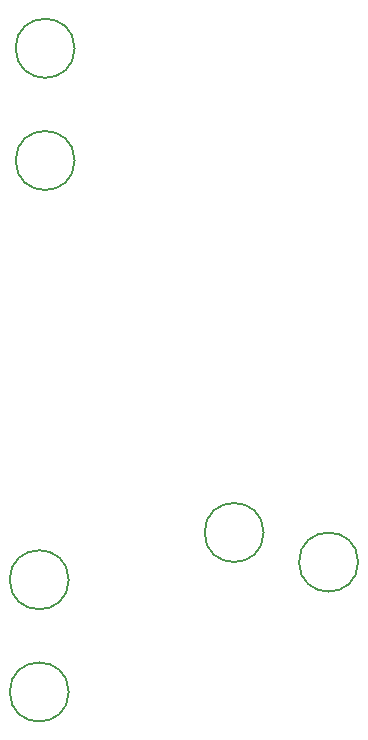
<source format=gbr>
G04 #@! TF.GenerationSoftware,KiCad,Pcbnew,(5.0.0)*
G04 #@! TF.CreationDate,2018-12-18T17:12:43+00:00*
G04 #@! TF.ProjectId,lm3150,6C6D333135302E6B696361645F706362,rev?*
G04 #@! TF.SameCoordinates,Original*
G04 #@! TF.FileFunction,Other,Comment*
%FSLAX46Y46*%
G04 Gerber Fmt 4.6, Leading zero omitted, Abs format (unit mm)*
G04 Created by KiCad (PCBNEW (5.0.0)) date 12/18/18 17:12:43*
%MOMM*%
%LPD*%
G01*
G04 APERTURE LIST*
%ADD10C,0.150000*%
G04 APERTURE END LIST*
D10*
G04 #@! TO.C,MH1*
X102500000Y-51000000D02*
G75*
G03X102500000Y-51000000I-2500000J0D01*
G01*
G04 #@! TO.C,MH2*
X102500000Y-41500000D02*
G75*
G03X102500000Y-41500000I-2500000J0D01*
G01*
G04 #@! TO.C,MH3*
X118500000Y-82500000D02*
G75*
G03X118500000Y-82500000I-2500000J0D01*
G01*
G04 #@! TO.C,MH4*
X126500000Y-85000000D02*
G75*
G03X126500000Y-85000000I-2500000J0D01*
G01*
G04 #@! TO.C,MH5*
X102000000Y-96000000D02*
G75*
G03X102000000Y-96000000I-2500000J0D01*
G01*
G04 #@! TO.C,MH6*
X102000000Y-86500000D02*
G75*
G03X102000000Y-86500000I-2500000J0D01*
G01*
G04 #@! TD*
M02*

</source>
